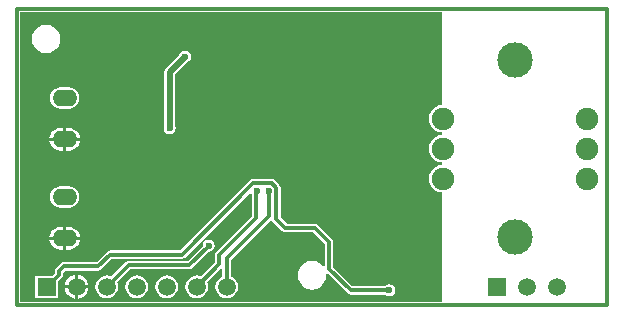
<source format=gbl>
G04*
G04 #@! TF.GenerationSoftware,Altium Limited,Altium Designer,21.1.0 (24)*
G04*
G04 Layer_Physical_Order=2*
G04 Layer_Color=16711680*
%FSLAX44Y44*%
%MOMM*%
G71*
G04*
G04 #@! TF.SameCoordinates,11EEB628-8EEC-4D1F-BDFF-B4013DCA5F77*
G04*
G04*
G04 #@! TF.FilePolarity,Positive*
G04*
G01*
G75*
%ADD15C,0.5000*%
%ADD16C,0.3000*%
%ADD59O,2.1000X1.4000*%
%ADD60R,1.5000X1.5000*%
%ADD61C,1.5000*%
%ADD62C,1.9050*%
%ADD63C,3.0000*%
%ADD64C,0.6000*%
G36*
X360000Y169015D02*
X357671Y168708D01*
X354868Y167547D01*
X352460Y165700D01*
X350613Y163292D01*
X349452Y160489D01*
X349056Y157480D01*
X349452Y154471D01*
X350613Y151668D01*
X352460Y149260D01*
X354868Y147413D01*
X357671Y146252D01*
X360000Y145945D01*
Y143615D01*
X357671Y143308D01*
X354868Y142147D01*
X352460Y140300D01*
X350613Y137892D01*
X349452Y135089D01*
X349056Y132080D01*
X349452Y129071D01*
X350613Y126268D01*
X352460Y123860D01*
X354868Y122013D01*
X357671Y120852D01*
X360000Y120545D01*
Y118215D01*
X357671Y117908D01*
X354868Y116747D01*
X352460Y114900D01*
X350613Y112492D01*
X349452Y109689D01*
X349056Y106680D01*
X349452Y103671D01*
X350613Y100868D01*
X352460Y98460D01*
X354868Y96613D01*
X357671Y95452D01*
X360000Y95145D01*
Y2549D01*
X2549Y2549D01*
Y247451D01*
X360000Y247451D01*
Y169015D01*
D02*
G37*
%LPC*%
G36*
X25000Y237104D02*
X21867Y236691D01*
X18948Y235482D01*
X16442Y233559D01*
X14518Y231052D01*
X13309Y228133D01*
X12896Y225000D01*
X13309Y221867D01*
X14518Y218948D01*
X16442Y216441D01*
X18948Y214518D01*
X21867Y213309D01*
X25000Y212896D01*
X28133Y213309D01*
X31052Y214518D01*
X33558Y216441D01*
X35482Y218948D01*
X36691Y221867D01*
X37104Y225000D01*
X36691Y228133D01*
X35482Y231052D01*
X33558Y233559D01*
X31052Y235482D01*
X28133Y236691D01*
X25000Y237104D01*
D02*
G37*
G36*
X44140Y184058D02*
X37140D01*
X34790Y183748D01*
X32601Y182841D01*
X30721Y181399D01*
X29279Y179519D01*
X28372Y177329D01*
X28062Y174980D01*
X28372Y172631D01*
X29279Y170441D01*
X30721Y168561D01*
X32601Y167118D01*
X34790Y166212D01*
X37140Y165902D01*
X44140D01*
X46490Y166212D01*
X48679Y167118D01*
X50559Y168561D01*
X52001Y170441D01*
X52908Y172631D01*
X53218Y174980D01*
X52908Y177329D01*
X52001Y179519D01*
X50559Y181399D01*
X48679Y182841D01*
X46490Y183748D01*
X44140Y184058D01*
D02*
G37*
G36*
X142500Y215098D02*
X140549Y214710D01*
X138895Y213605D01*
X137790Y211951D01*
X137747Y211736D01*
X126296Y200284D01*
X125301Y198796D01*
X124952Y197040D01*
Y151533D01*
X124830Y151351D01*
X124442Y149400D01*
X124830Y147449D01*
X125935Y145795D01*
X127589Y144690D01*
X129540Y144302D01*
X131491Y144690D01*
X133145Y145795D01*
X134250Y147449D01*
X134638Y149400D01*
X134250Y151351D01*
X134128Y151533D01*
Y195140D01*
X144236Y205247D01*
X144451Y205290D01*
X146105Y206395D01*
X147210Y208049D01*
X147598Y210000D01*
X147210Y211951D01*
X146105Y213605D01*
X144451Y214710D01*
X142500Y215098D01*
D02*
G37*
G36*
X44140Y149602D02*
X41910D01*
Y141250D01*
X53595D01*
X53434Y142471D01*
X52473Y144791D01*
X50944Y146784D01*
X48951Y148313D01*
X46630Y149275D01*
X44140Y149602D01*
D02*
G37*
G36*
X39370D02*
X37140D01*
X34650Y149275D01*
X32329Y148313D01*
X30336Y146784D01*
X28807Y144791D01*
X27846Y142471D01*
X27685Y141250D01*
X39370D01*
Y149602D01*
D02*
G37*
G36*
X53595Y138710D02*
X41910D01*
Y130358D01*
X44140D01*
X46630Y130686D01*
X48951Y131647D01*
X50944Y133176D01*
X52473Y135169D01*
X53434Y137490D01*
X53595Y138710D01*
D02*
G37*
G36*
X39370D02*
X27685D01*
X27846Y137490D01*
X28807Y135169D01*
X30336Y133176D01*
X32329Y131647D01*
X34650Y130686D01*
X37140Y130358D01*
X39370D01*
Y138710D01*
D02*
G37*
G36*
X44140Y100238D02*
X37140D01*
X34790Y99928D01*
X32601Y99021D01*
X30721Y97579D01*
X29279Y95699D01*
X28372Y93509D01*
X28062Y91160D01*
X28372Y88811D01*
X29279Y86621D01*
X30721Y84741D01*
X32601Y83299D01*
X34790Y82392D01*
X37140Y82082D01*
X44140D01*
X46490Y82392D01*
X48679Y83299D01*
X50559Y84741D01*
X52001Y86621D01*
X52908Y88811D01*
X53218Y91160D01*
X52908Y93509D01*
X52001Y95699D01*
X50559Y97579D01*
X48679Y99021D01*
X46490Y99928D01*
X44140Y100238D01*
D02*
G37*
G36*
Y65782D02*
X41910D01*
Y57430D01*
X53595D01*
X53434Y58650D01*
X52473Y60971D01*
X50944Y62964D01*
X48951Y64493D01*
X46630Y65455D01*
X44140Y65782D01*
D02*
G37*
G36*
X39370D02*
X37140D01*
X34650Y65455D01*
X32329Y64493D01*
X30336Y62964D01*
X28807Y60971D01*
X27846Y58650D01*
X27685Y57430D01*
X39370D01*
Y65782D01*
D02*
G37*
G36*
X53595Y54890D02*
X41910D01*
Y46538D01*
X44140D01*
X46630Y46866D01*
X48951Y47827D01*
X50944Y49356D01*
X52473Y51349D01*
X53434Y53670D01*
X53595Y54890D01*
D02*
G37*
G36*
X39370D02*
X27685D01*
X27846Y53670D01*
X28807Y51349D01*
X30336Y49356D01*
X32329Y47827D01*
X34650Y46866D01*
X37140Y46538D01*
X39370D01*
Y54890D01*
D02*
G37*
G36*
X162500Y55098D02*
X160549Y54710D01*
X158895Y53605D01*
X157790Y51951D01*
X157402Y50000D01*
X157411Y49957D01*
X144790Y37337D01*
X94728D01*
X93362Y37065D01*
X92205Y36291D01*
X79902Y23989D01*
X78680Y24495D01*
X76200Y24822D01*
X73720Y24495D01*
X71409Y23538D01*
X69425Y22016D01*
X67902Y20031D01*
X66944Y17720D01*
X66618Y15240D01*
X66944Y12760D01*
X67902Y10449D01*
X69425Y8465D01*
X71409Y6942D01*
X73720Y5985D01*
X76200Y5658D01*
X78680Y5985D01*
X80991Y6942D01*
X82975Y8465D01*
X84498Y10449D01*
X85456Y12760D01*
X85782Y15240D01*
X85456Y17720D01*
X84949Y18942D01*
X96206Y30199D01*
X146268D01*
X147634Y30471D01*
X148791Y31245D01*
X162457Y44911D01*
X162500Y44902D01*
X164451Y45290D01*
X166105Y46395D01*
X167210Y48049D01*
X167598Y50000D01*
X167210Y51951D01*
X166105Y53605D01*
X164451Y54710D01*
X162500Y55098D01*
D02*
G37*
G36*
X216052Y106589D02*
X200508D01*
X199142Y106317D01*
X197984Y105543D01*
X138510Y46069D01*
X79192D01*
X77827Y45797D01*
X76669Y45023D01*
X67714Y36069D01*
X40000D01*
X38634Y35797D01*
X37477Y35023D01*
X33177Y30723D01*
X32403Y29566D01*
X32132Y28200D01*
Y27018D01*
X29853Y24740D01*
X15900D01*
Y5740D01*
X34900D01*
Y19693D01*
X38223Y23017D01*
X38997Y24174D01*
X39269Y25540D01*
Y26722D01*
X41478Y28931D01*
X69192D01*
X70558Y29203D01*
X71716Y29977D01*
X80670Y38931D01*
X139988D01*
X141353Y39203D01*
X142511Y39977D01*
X197262Y94728D01*
X198654Y94324D01*
X199478Y93090D01*
Y75292D01*
X168737Y44550D01*
X167963Y43392D01*
X167691Y42027D01*
Y35578D01*
X156102Y23989D01*
X154880Y24495D01*
X152400Y24822D01*
X149920Y24495D01*
X147609Y23538D01*
X145625Y22016D01*
X144102Y20031D01*
X143145Y17720D01*
X142818Y15240D01*
X143145Y12760D01*
X144102Y10449D01*
X145625Y8465D01*
X147609Y6942D01*
X149920Y5985D01*
X152400Y5658D01*
X154880Y5985D01*
X157191Y6942D01*
X159175Y8465D01*
X160698Y10449D01*
X161656Y12760D01*
X161982Y15240D01*
X161656Y17720D01*
X161149Y18942D01*
X172961Y30755D01*
X174231Y30229D01*
Y24045D01*
X173009Y23538D01*
X171024Y22016D01*
X169502Y20031D01*
X168545Y17720D01*
X168218Y15240D01*
X168545Y12760D01*
X169502Y10449D01*
X171024Y8465D01*
X173009Y6942D01*
X175320Y5985D01*
X177800Y5658D01*
X180280Y5985D01*
X182591Y6942D01*
X184575Y8465D01*
X186098Y10449D01*
X187055Y12760D01*
X187382Y15240D01*
X187055Y17720D01*
X186098Y20031D01*
X184575Y22016D01*
X182591Y23538D01*
X181369Y24045D01*
Y37840D01*
X215191Y71662D01*
X216563Y71274D01*
X216578Y71253D01*
X217337Y70117D01*
X224977Y62477D01*
X226134Y61703D01*
X227500Y61431D01*
X251022D01*
X260931Y51522D01*
Y32552D01*
X259661Y32121D01*
X258559Y33558D01*
X256052Y35482D01*
X253133Y36691D01*
X250000Y37104D01*
X246867Y36691D01*
X243948Y35482D01*
X241441Y33558D01*
X239518Y31052D01*
X238309Y28133D01*
X237896Y25000D01*
X238309Y21867D01*
X239518Y18948D01*
X241441Y16442D01*
X243948Y14518D01*
X246867Y13309D01*
X250000Y12896D01*
X253133Y13309D01*
X256052Y14518D01*
X258559Y16442D01*
X260482Y18948D01*
X261691Y21867D01*
X262104Y25000D01*
X261944Y26213D01*
X263147Y26807D01*
X280285Y9669D01*
X281442Y8895D01*
X282808Y8623D01*
X311947D01*
X311971Y8587D01*
X313625Y7482D01*
X315576Y7094D01*
X317527Y7482D01*
X319181Y8587D01*
X320286Y10241D01*
X320674Y12192D01*
X320286Y14143D01*
X319181Y15797D01*
X317527Y16902D01*
X315576Y17290D01*
X313625Y16902D01*
X311971Y15797D01*
X311947Y15761D01*
X284286D01*
X268069Y31978D01*
Y53000D01*
X267797Y54366D01*
X267023Y55523D01*
X255023Y67523D01*
X253866Y68297D01*
X252500Y68569D01*
X228978D01*
X223429Y74118D01*
Y99212D01*
X223157Y100578D01*
X222383Y101736D01*
X218576Y105543D01*
X217418Y106317D01*
X216052Y106589D01*
D02*
G37*
G36*
X52070Y25199D02*
Y16510D01*
X60759D01*
X60582Y17861D01*
X59570Y20303D01*
X57961Y22401D01*
X55863Y24010D01*
X53421Y25022D01*
X52070Y25199D01*
D02*
G37*
G36*
X49530D02*
X48179Y25022D01*
X45737Y24010D01*
X43639Y22401D01*
X42030Y20303D01*
X41018Y17861D01*
X40841Y16510D01*
X49530D01*
Y25199D01*
D02*
G37*
G36*
X127000Y24822D02*
X124520Y24495D01*
X122209Y23538D01*
X120225Y22016D01*
X118702Y20031D01*
X117745Y17720D01*
X117418Y15240D01*
X117745Y12760D01*
X118702Y10449D01*
X120225Y8465D01*
X122209Y6942D01*
X124520Y5985D01*
X127000Y5658D01*
X129480Y5985D01*
X131791Y6942D01*
X133775Y8465D01*
X135298Y10449D01*
X136256Y12760D01*
X136582Y15240D01*
X136256Y17720D01*
X135298Y20031D01*
X133775Y22016D01*
X131791Y23538D01*
X129480Y24495D01*
X127000Y24822D01*
D02*
G37*
G36*
X101600D02*
X99120Y24495D01*
X96809Y23538D01*
X94824Y22016D01*
X93302Y20031D01*
X92345Y17720D01*
X92018Y15240D01*
X92345Y12760D01*
X93302Y10449D01*
X94824Y8465D01*
X96809Y6942D01*
X99120Y5985D01*
X101600Y5658D01*
X104080Y5985D01*
X106391Y6942D01*
X108376Y8465D01*
X109898Y10449D01*
X110856Y12760D01*
X111182Y15240D01*
X110856Y17720D01*
X109898Y20031D01*
X108376Y22016D01*
X106391Y23538D01*
X104080Y24495D01*
X101600Y24822D01*
D02*
G37*
G36*
X60759Y13970D02*
X52070D01*
Y5281D01*
X53421Y5458D01*
X55863Y6470D01*
X57961Y8079D01*
X59570Y10177D01*
X60582Y12619D01*
X60759Y13970D01*
D02*
G37*
G36*
X49530D02*
X40841D01*
X41018Y12619D01*
X42030Y10177D01*
X43639Y8079D01*
X45737Y6470D01*
X48179Y5458D01*
X49530Y5281D01*
Y13970D01*
D02*
G37*
%LPD*%
D15*
X129540Y149400D02*
Y197040D01*
X142500Y210000D01*
D16*
X79192Y42500D02*
X139988D01*
X200508Y103020D01*
X25400Y15240D02*
X35700Y25540D01*
Y28200D01*
X40000Y32500D01*
X69192D02*
X79192Y42500D01*
X40000Y32500D02*
X69192D01*
X200508Y103020D02*
X216052D01*
X219860Y99212D01*
X203047Y73813D02*
Y96367D01*
X203200Y96520D01*
X219860Y72640D02*
X220000Y72500D01*
X219860Y72640D02*
Y99212D01*
X171260Y42027D02*
X203047Y73813D01*
X227500Y65000D02*
X252500D01*
X220000Y72500D02*
X227500Y65000D01*
X177800Y39318D02*
X213360Y74878D01*
X177800Y15240D02*
Y39318D01*
X213360Y74878D02*
Y96520D01*
X252500Y65000D02*
X264500Y53000D01*
Y30500D02*
Y53000D01*
Y30500D02*
X282808Y12192D01*
X315576D01*
X146268Y33768D02*
X162500Y50000D01*
X76200Y15240D02*
X94728Y33768D01*
X146268D01*
X152400Y15240D02*
X171260Y34100D01*
Y42027D01*
X0Y250000D02*
X500000Y250000D01*
X0Y0D02*
Y250000D01*
X500000Y0D02*
Y250000D01*
X0Y0D02*
X500000Y0D01*
D59*
X40640Y91160D02*
D03*
Y56160D02*
D03*
Y174980D02*
D03*
Y139980D02*
D03*
D60*
X406400Y15240D02*
D03*
X25400D02*
D03*
D61*
X431800D02*
D03*
X457200D02*
D03*
X177800D02*
D03*
X152400D02*
D03*
X127000D02*
D03*
X101600D02*
D03*
X50800D02*
D03*
X76200D02*
D03*
D62*
X482600Y132080D02*
D03*
X360680D02*
D03*
Y157480D02*
D03*
Y106680D02*
D03*
X482600D02*
D03*
Y157480D02*
D03*
D63*
X421640Y207137D02*
D03*
Y57023D02*
D03*
D64*
X187500Y135000D02*
D03*
X142500Y210000D02*
D03*
X194995Y106699D02*
D03*
X203200Y96520D02*
D03*
X287500Y25000D02*
D03*
Y37500D02*
D03*
Y50000D02*
D03*
X213360Y96520D02*
D03*
X100000Y100000D02*
D03*
X87500D02*
D03*
X72500Y45000D02*
D03*
Y60000D02*
D03*
Y75000D02*
D03*
Y90000D02*
D03*
Y105000D02*
D03*
Y120000D02*
D03*
Y135000D02*
D03*
Y150000D02*
D03*
Y165000D02*
D03*
X42500Y237500D02*
D03*
X120000D02*
D03*
X102500Y225000D02*
D03*
X87500D02*
D03*
X72500D02*
D03*
X57500D02*
D03*
X242500Y77500D02*
D03*
X235000D02*
D03*
X227500Y77500D02*
D03*
X162500Y50000D02*
D03*
X315576Y12192D02*
D03*
X134339Y54610D02*
D03*
X195014Y121920D02*
D03*
X200660Y135436D02*
D03*
X216082Y135004D02*
D03*
X139240Y149400D02*
D03*
X129540D02*
D03*
M02*

</source>
